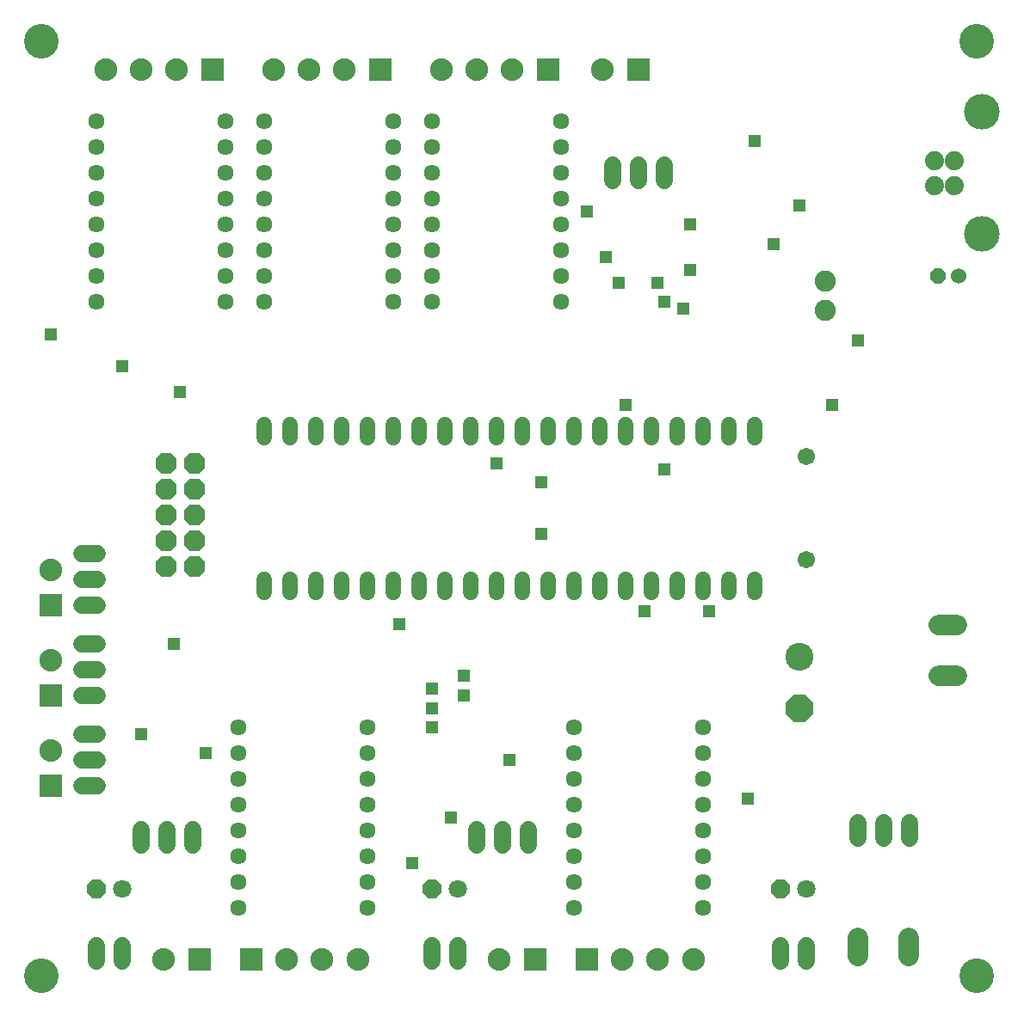
<source format=gbs>
G75*
G70*
%OFA0B0*%
%FSLAX24Y24*%
%IPPOS*%
%LPD*%
%AMOC8*
5,1,8,0,0,1.08239X$1,22.5*
%
%ADD10C,0.0740*%
%ADD11C,0.1380*%
%ADD12C,0.0600*%
%ADD13C,0.0671*%
%ADD14C,0.1080*%
%ADD15OC8,0.1080*%
%ADD16OC8,0.0600*%
%ADD17C,0.0600*%
%ADD18OC8,0.0820*%
%ADD19C,0.0820*%
%ADD20C,0.0785*%
%ADD21R,0.0880X0.0880*%
%ADD22C,0.0880*%
%ADD23C,0.0680*%
%ADD24OC8,0.0710*%
%ADD25C,0.0710*%
%ADD26C,0.0674*%
%ADD27C,0.0634*%
%ADD28C,0.1340*%
%ADD29R,0.0476X0.0476*%
D10*
X040786Y035609D03*
X041566Y035609D03*
X041566Y036593D03*
X040786Y036593D03*
D11*
X042636Y038471D03*
X042636Y033731D03*
D12*
X033816Y026361D02*
X033816Y025841D01*
X032816Y025841D02*
X032816Y026361D01*
X031816Y026361D02*
X031816Y025841D01*
X030816Y025841D02*
X030816Y026361D01*
X029816Y026361D02*
X029816Y025841D01*
X028816Y025841D02*
X028816Y026361D01*
X027816Y026361D02*
X027816Y025841D01*
X026816Y025841D02*
X026816Y026361D01*
X025816Y026361D02*
X025816Y025841D01*
X024816Y025841D02*
X024816Y026361D01*
X023816Y026361D02*
X023816Y025841D01*
X022816Y025841D02*
X022816Y026361D01*
X021816Y026361D02*
X021816Y025841D01*
X020816Y025841D02*
X020816Y026361D01*
X019816Y026361D02*
X019816Y025841D01*
X018816Y025841D02*
X018816Y026361D01*
X017816Y026361D02*
X017816Y025841D01*
X016816Y025841D02*
X016816Y026361D01*
X015816Y026361D02*
X015816Y025841D01*
X014816Y025841D02*
X014816Y026361D01*
X014816Y020361D02*
X014816Y019841D01*
X015816Y019841D02*
X015816Y020361D01*
X016816Y020361D02*
X016816Y019841D01*
X017816Y019841D02*
X017816Y020361D01*
X018816Y020361D02*
X018816Y019841D01*
X019816Y019841D02*
X019816Y020361D01*
X020816Y020361D02*
X020816Y019841D01*
X021816Y019841D02*
X021816Y020361D01*
X022816Y020361D02*
X022816Y019841D01*
X023816Y019841D02*
X023816Y020361D01*
X024816Y020361D02*
X024816Y019841D01*
X025816Y019841D02*
X025816Y020361D01*
X026816Y020361D02*
X026816Y019841D01*
X027816Y019841D02*
X027816Y020361D01*
X028816Y020361D02*
X028816Y019841D01*
X029816Y019841D02*
X029816Y020361D01*
X030816Y020361D02*
X030816Y019841D01*
X031816Y019841D02*
X031816Y020361D01*
X032816Y020361D02*
X032816Y019841D01*
X033816Y019841D02*
X033816Y020361D01*
D13*
X035816Y021101D03*
X035816Y025101D03*
D14*
X035566Y017351D03*
D15*
X035566Y015351D03*
D16*
X040916Y032101D03*
D17*
X041716Y032101D03*
D18*
X012116Y024851D03*
X012116Y023851D03*
X012116Y022851D03*
X012116Y021851D03*
X011016Y021851D03*
X011016Y022851D03*
X011016Y023851D03*
X011016Y024851D03*
X011016Y020851D03*
X012116Y020851D03*
D19*
X036566Y030781D03*
X036566Y031921D03*
D20*
X040963Y018585D02*
X041668Y018585D01*
X041668Y016616D02*
X040963Y016616D01*
X039800Y006453D02*
X039800Y005748D01*
X037831Y005748D02*
X037831Y006453D01*
D21*
X027316Y005601D03*
X025316Y005601D03*
X014316Y005601D03*
X012316Y005601D03*
X006566Y012351D03*
X006566Y015851D03*
X006566Y019351D03*
X012816Y040101D03*
X019316Y040101D03*
X025816Y040101D03*
X029316Y040101D03*
D22*
X027938Y040101D03*
X024438Y040101D03*
X023060Y040101D03*
X021682Y040101D03*
X017938Y040101D03*
X016560Y040101D03*
X015182Y040101D03*
X011438Y040101D03*
X010060Y040101D03*
X008682Y040101D03*
X006566Y020729D03*
X006566Y017229D03*
X006566Y013729D03*
X010938Y005601D03*
X015694Y005601D03*
X017072Y005601D03*
X018450Y005601D03*
X023938Y005601D03*
X028694Y005601D03*
X030072Y005601D03*
X031450Y005601D03*
D23*
X025066Y010051D02*
X025066Y010651D01*
X024066Y010651D02*
X024066Y010051D01*
X023066Y010051D02*
X023066Y010651D01*
X012066Y010651D02*
X012066Y010051D01*
X011066Y010051D02*
X011066Y010651D01*
X010066Y010651D02*
X010066Y010051D01*
X028316Y035801D02*
X028316Y036401D01*
X029316Y036401D02*
X029316Y035801D01*
X030316Y035801D02*
X030316Y036401D01*
X037816Y010901D02*
X037816Y010301D01*
X038816Y010301D02*
X038816Y010901D01*
X039816Y010901D02*
X039816Y010301D01*
D24*
X034816Y008351D03*
X021316Y008351D03*
X008316Y008351D03*
D25*
X009316Y008351D03*
X022316Y008351D03*
X035816Y008351D03*
D26*
X035816Y006148D02*
X035816Y005554D01*
X034816Y005554D02*
X034816Y006148D01*
X022316Y006148D02*
X022316Y005554D01*
X021316Y005554D02*
X021316Y006148D01*
X009316Y006148D02*
X009316Y005554D01*
X008316Y005554D02*
X008316Y006148D01*
X008363Y012351D02*
X007769Y012351D01*
X007769Y013351D02*
X008363Y013351D01*
X008363Y014351D02*
X007769Y014351D01*
X007769Y015851D02*
X008363Y015851D01*
X008363Y016851D02*
X007769Y016851D01*
X007769Y017851D02*
X008363Y017851D01*
X008363Y019351D02*
X007769Y019351D01*
X007769Y020351D02*
X008363Y020351D01*
X008363Y021351D02*
X007769Y021351D01*
D27*
X013816Y014601D03*
X013816Y013601D03*
X013816Y012601D03*
X013816Y011601D03*
X013816Y010601D03*
X013816Y009601D03*
X013816Y008601D03*
X013816Y007601D03*
X018816Y007601D03*
X018816Y008601D03*
X018816Y009601D03*
X018816Y010601D03*
X018816Y011601D03*
X018816Y012601D03*
X018816Y013601D03*
X018816Y014601D03*
X026816Y014601D03*
X026816Y013601D03*
X026816Y012601D03*
X026816Y011601D03*
X026816Y010601D03*
X026816Y009601D03*
X026816Y008601D03*
X026816Y007601D03*
X031816Y007601D03*
X031816Y008601D03*
X031816Y009601D03*
X031816Y010601D03*
X031816Y011601D03*
X031816Y012601D03*
X031816Y013601D03*
X031816Y014601D03*
X026316Y031101D03*
X026316Y032101D03*
X026316Y033101D03*
X026316Y034101D03*
X026316Y035101D03*
X026316Y036101D03*
X026316Y037101D03*
X026316Y038101D03*
X021316Y038101D03*
X021316Y037101D03*
X021316Y036101D03*
X021316Y035101D03*
X021316Y034101D03*
X021316Y033101D03*
X021316Y032101D03*
X021316Y031101D03*
X019816Y031101D03*
X019816Y032101D03*
X019816Y033101D03*
X019816Y034101D03*
X019816Y035101D03*
X019816Y036101D03*
X019816Y037101D03*
X019816Y038101D03*
X014816Y038101D03*
X014816Y037101D03*
X014816Y036101D03*
X014816Y035101D03*
X014816Y034101D03*
X014816Y033101D03*
X014816Y032101D03*
X014816Y031101D03*
X013316Y031101D03*
X013316Y032101D03*
X013316Y033101D03*
X013316Y034101D03*
X013316Y035101D03*
X013316Y036101D03*
X013316Y037101D03*
X013316Y038101D03*
X008316Y038101D03*
X008316Y037101D03*
X008316Y036101D03*
X008316Y035101D03*
X008316Y034101D03*
X008316Y033101D03*
X008316Y032101D03*
X008316Y031101D03*
D28*
X006206Y004990D03*
X042426Y004990D03*
X042426Y041211D03*
X006206Y041211D03*
D29*
X006566Y029851D03*
X009316Y028601D03*
X011566Y027601D03*
X020066Y018601D03*
X021316Y016101D03*
X021316Y015351D03*
X021316Y014601D03*
X022566Y015851D03*
X022566Y016601D03*
X024316Y013351D03*
X022066Y011101D03*
X020566Y009351D03*
X012566Y013601D03*
X010066Y014351D03*
X011316Y017851D03*
X023816Y024851D03*
X025566Y024101D03*
X025566Y022101D03*
X029566Y019101D03*
X032066Y019101D03*
X030316Y024601D03*
X028816Y027101D03*
X031066Y030851D03*
X030316Y031101D03*
X030066Y031851D03*
X031316Y032351D03*
X031316Y034101D03*
X034566Y033351D03*
X035566Y034851D03*
X033816Y037351D03*
X028066Y032851D03*
X028566Y031851D03*
X027316Y034601D03*
X036816Y027101D03*
X037816Y029601D03*
X033566Y011851D03*
M02*

</source>
